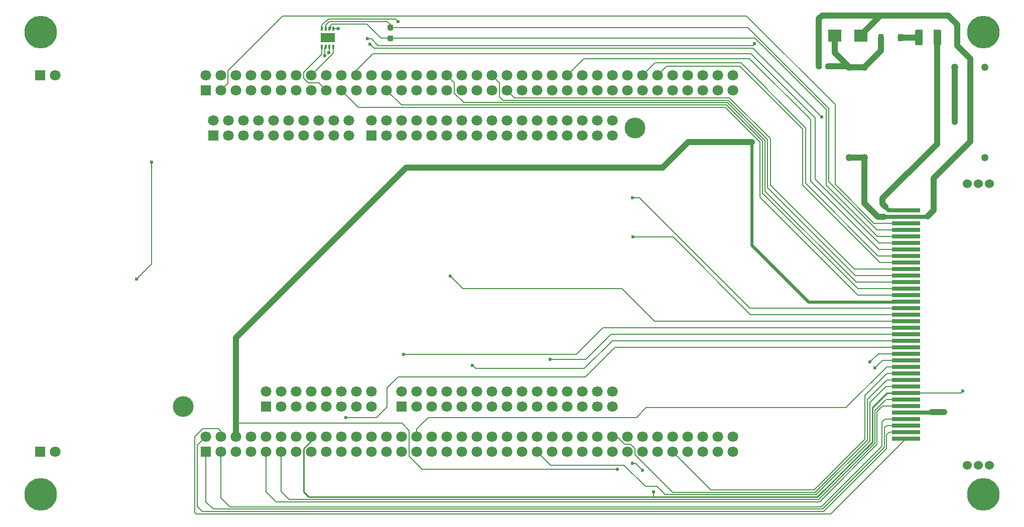
<source format=gbr>
%TF.GenerationSoftware,KiCad,Pcbnew,(5.1.8)-1*%
%TF.CreationDate,2021-01-17T18:30:32+01:00*%
%TF.ProjectId,teensy4_header_breakout,7465656e-7379-4345-9f68-65616465725f,rev?*%
%TF.SameCoordinates,Original*%
%TF.FileFunction,Copper,L1,Top*%
%TF.FilePolarity,Positive*%
%FSLAX46Y46*%
G04 Gerber Fmt 4.6, Leading zero omitted, Abs format (unit mm)*
G04 Created by KiCad (PCBNEW (5.1.8)-1) date 2021-01-17 18:30:32*
%MOMM*%
%LPD*%
G01*
G04 APERTURE LIST*
%TA.AperFunction,ComponentPad*%
%ADD10R,1.800000X1.800000*%
%TD*%
%TA.AperFunction,ComponentPad*%
%ADD11C,1.800000*%
%TD*%
%TA.AperFunction,WasherPad*%
%ADD12C,3.500000*%
%TD*%
%TA.AperFunction,ComponentPad*%
%ADD13C,3.600000*%
%TD*%
%TA.AperFunction,ConnectorPad*%
%ADD14C,5.500000*%
%TD*%
%TA.AperFunction,SMDPad,CuDef*%
%ADD15R,2.250000X2.150000*%
%TD*%
%TA.AperFunction,SMDPad,CuDef*%
%ADD16R,0.350000X0.650000*%
%TD*%
%TA.AperFunction,SMDPad,CuDef*%
%ADD17R,2.400000X1.550000*%
%TD*%
%TA.AperFunction,ComponentPad*%
%ADD18C,1.250000*%
%TD*%
%TA.AperFunction,SMDPad,CuDef*%
%ADD19R,4.800000X0.700000*%
%TD*%
%TA.AperFunction,ComponentPad*%
%ADD20C,1.524000*%
%TD*%
%TA.AperFunction,SMDPad,CuDef*%
%ADD21R,0.900000X1.200000*%
%TD*%
%TA.AperFunction,ViaPad*%
%ADD22C,0.600000*%
%TD*%
%TA.AperFunction,ViaPad*%
%ADD23C,1.000000*%
%TD*%
%TA.AperFunction,Conductor*%
%ADD24C,0.200000*%
%TD*%
%TA.AperFunction,Conductor*%
%ADD25C,1.000000*%
%TD*%
%TA.AperFunction,Conductor*%
%ADD26C,0.250000*%
%TD*%
%TA.AperFunction,Conductor*%
%ADD27C,0.750000*%
%TD*%
%TA.AperFunction,Conductor*%
%ADD28C,0.700000*%
%TD*%
%TA.AperFunction,Conductor*%
%ADD29C,0.500000*%
%TD*%
G04 APERTURE END LIST*
D10*
%TO.P,U2,CN11_1*%
%TO.N,VN-TX*%
X85796200Y-104052800D03*
D11*
%TO.P,U2,CN11_2*%
%TO.N,VN-RX*%
X85796200Y-101512800D03*
%TO.P,U2,CN11_3*%
%TO.N,4G-TX*%
X88336200Y-104052800D03*
%TO.P,U2,CN11_4*%
%TO.N,4G-RX*%
X88336200Y-101512800D03*
%TO.P,U2,CN11_5*%
%TO.N,N/C*%
X90876200Y-104052800D03*
%TO.P,U2,CN11_6*%
%TO.N,+5V*%
X90876200Y-101512800D03*
%TO.P,U2,CN11_7*%
%TO.N,N/C*%
X93416200Y-104052800D03*
%TO.P,U2,CN11_8*%
%TO.N,GND*%
X93416200Y-101512800D03*
%TO.P,U2,CN11_9*%
%TO.N,Servo-RX*%
X95956200Y-104052800D03*
%TO.P,U2,CN11_10*%
%TO.N,N/C*%
X95956200Y-101512800D03*
%TO.P,U2,CN11_11*%
%TO.N,Servo-TX*%
X98496200Y-104052800D03*
%TO.P,U2,CN11_12*%
%TO.N,N/C*%
X98496200Y-101512800D03*
%TO.P,U2,CN11_13*%
X101036200Y-104052800D03*
%TO.P,U2,CN11_14*%
X101036200Y-101512800D03*
%TO.P,U2,CN11_15*%
X103576200Y-104052800D03*
%TO.P,U2,CN11_16*%
%TO.N,+3V3*%
X103576200Y-101512800D03*
%TO.P,U2,CN11_17*%
%TO.N,N/C*%
X106116200Y-104052800D03*
%TO.P,U2,CN11_18*%
X106116200Y-101512800D03*
%TO.P,U2,CN11_19*%
X108656200Y-104052800D03*
%TO.P,U2,CN11_20*%
X108656200Y-101512800D03*
%TO.P,U2,CN11_21*%
%TO.N,I2C1-SDA*%
X111196200Y-104052800D03*
%TO.P,U2,CN11_22*%
%TO.N,N/C*%
X111196200Y-101512800D03*
%TO.P,U2,CN11_23*%
X113736200Y-104052800D03*
%TO.P,U2,CN11_24*%
X113736200Y-101512800D03*
%TO.P,U2,CN11_25*%
X116276200Y-104052800D03*
%TO.P,U2,CN11_26*%
X116276200Y-101512800D03*
%TO.P,U2,CN11_27*%
X118816200Y-104052800D03*
%TO.P,U2,CN11_28*%
%TO.N,SusDipsFiltered-FR*%
X118816200Y-101512800D03*
%TO.P,U2,CN11_29*%
%TO.N,N/C*%
X121356200Y-104052800D03*
%TO.P,U2,CN11_30*%
%TO.N,WSHE-RL*%
X121356200Y-101512800D03*
%TO.P,U2,CN11_31*%
%TO.N,N/C*%
X123896200Y-104052800D03*
%TO.P,U2,CN11_32*%
%TO.N,ClutchPSFiltered*%
X123896200Y-101512800D03*
%TO.P,U2,CN11_33*%
%TO.N,Net-(U2-PadCN11_33)*%
X126436200Y-104052800D03*
%TO.P,U2,CN11_34*%
%TO.N,N/C*%
X126436200Y-101512800D03*
%TO.P,U2,CN11_35*%
X128976200Y-104052800D03*
%TO.P,U2,CN11_36*%
X128976200Y-101512800D03*
%TO.P,U2,CN11_37*%
X131516200Y-104052800D03*
%TO.P,U2,CN11_38*%
%TO.N,SusDipsFiltered-RL*%
X131516200Y-101512800D03*
%TO.P,U2,CN11_39*%
%TO.N,N/C*%
X134056200Y-104052800D03*
%TO.P,U2,CN11_40*%
X134056200Y-101512800D03*
%TO.P,U2,CN11_41*%
X136596200Y-104052800D03*
%TO.P,U2,CN11_42*%
X136596200Y-101512800D03*
%TO.P,U2,CN11_43*%
X139136200Y-104052800D03*
%TO.P,U2,CN11_44*%
X139136200Y-101512800D03*
%TO.P,U2,CN11_45*%
%TO.N,GearPS-MOSI*%
X141676200Y-104052800D03*
%TO.P,U2,CN11_46*%
%TO.N,SD-SCK*%
X141676200Y-101512800D03*
%TO.P,U2,CN11_47*%
%TO.N,N/C*%
X144216200Y-104052800D03*
%TO.P,U2,CN11_48*%
X144216200Y-101512800D03*
%TO.P,U2,CN11_49*%
X146756200Y-104052800D03*
%TO.P,U2,CN11_50*%
%TO.N,SD-MISO*%
X146756200Y-101512800D03*
%TO.P,U2,CN11_51*%
%TO.N,N/C*%
X149296200Y-104052800D03*
%TO.P,U2,CN11_52*%
X149296200Y-101512800D03*
%TO.P,U2,CN11_53*%
X151836200Y-104052800D03*
%TO.P,U2,CN11_54*%
X151836200Y-101512800D03*
%TO.P,U2,CN11_55*%
%TO.N,CANFD-TX*%
X154376200Y-104052800D03*
%TO.P,U2,CN11_56*%
%TO.N,Servo-IO*%
X154376200Y-101512800D03*
%TO.P,U2,CN11_57*%
%TO.N,CANFD-RX*%
X156916200Y-104052800D03*
%TO.P,U2,CN11_58*%
%TO.N,N/C*%
X156916200Y-101512800D03*
%TO.P,U2,CN11_59*%
X159456200Y-104052800D03*
%TO.P,U2,CN11_60*%
X159456200Y-101512800D03*
%TO.P,U2,CN11_61*%
X161996200Y-104052800D03*
%TO.P,U2,CN11_62*%
%TO.N,SD-MOSI*%
X161996200Y-101512800D03*
%TO.P,U2,CN11_63*%
%TO.N,GearPS-MISO*%
X164536200Y-104052800D03*
%TO.P,U2,CN11_64*%
%TO.N,N/C*%
X164536200Y-101512800D03*
%TO.P,U2,CN11_65*%
X167076200Y-104052800D03*
%TO.P,U2,CN11_66*%
X167076200Y-101512800D03*
%TO.P,U2,CN11_67*%
X169616200Y-104052800D03*
%TO.P,U2,CN11_68*%
X169616200Y-101512800D03*
%TO.P,U2,CN11_69*%
X172156200Y-104052800D03*
%TO.P,U2,CN11_70*%
X172156200Y-101512800D03*
%TO.P,U2,CN11_71*%
X174696200Y-104052800D03*
%TO.P,U2,CN11_72*%
%TO.N,GND*%
X174696200Y-101512800D03*
D10*
%TO.P,U2,CN8_1*%
%TO.N,N/C*%
X95956200Y-96432800D03*
D11*
%TO.P,U2,CN8_2*%
X95956200Y-93892800D03*
%TO.P,U2,CN8_3*%
X98496200Y-96432800D03*
%TO.P,U2,CN8_4*%
X98496200Y-93892800D03*
%TO.P,U2,CN8_5*%
X101036200Y-96432800D03*
%TO.P,U2,CN8_6*%
X101036200Y-93892800D03*
%TO.P,U2,CN8_7*%
X103576200Y-96432800D03*
%TO.P,U2,CN8_8*%
X103576200Y-93892800D03*
%TO.P,U2,CN8_9*%
X106116200Y-96432800D03*
%TO.P,U2,CN8_10*%
X106116200Y-93892800D03*
%TO.P,U2,CN8_11*%
X108656200Y-96432800D03*
%TO.P,U2,CN8_12*%
X108656200Y-93892800D03*
%TO.P,U2,CN8_13*%
X111196200Y-96432800D03*
%TO.P,U2,CN8_14*%
X111196200Y-93892800D03*
%TO.P,U2,CN8_15*%
X113736200Y-96432800D03*
%TO.P,U2,CN8_16*%
X113736200Y-93892800D03*
D10*
%TO.P,U2,CN9_1*%
X118816200Y-96432800D03*
D11*
%TO.P,U2,CN9_2*%
X118816200Y-93892800D03*
%TO.P,U2,CN9_3*%
X121356200Y-96432800D03*
%TO.P,U2,CN9_4*%
X121356200Y-93892800D03*
%TO.P,U2,CN9_5*%
X123896200Y-96432800D03*
%TO.P,U2,CN9_6*%
X123896200Y-93892800D03*
%TO.P,U2,CN9_7*%
X126436200Y-96432800D03*
%TO.P,U2,CN9_8*%
X126436200Y-93892800D03*
%TO.P,U2,CN9_9*%
X128976200Y-96432800D03*
%TO.P,U2,CN9_10*%
X128976200Y-93892800D03*
%TO.P,U2,CN9_11*%
X131516200Y-96432800D03*
%TO.P,U2,CN9_12*%
X131516200Y-93892800D03*
%TO.P,U2,CN9_13*%
X134056200Y-96432800D03*
%TO.P,U2,CN9_14*%
X134056200Y-93892800D03*
%TO.P,U2,CN9_15*%
X136596200Y-96432800D03*
%TO.P,U2,CN9_16*%
X136596200Y-93892800D03*
%TO.P,U2,CN9_17*%
X139136200Y-96432800D03*
%TO.P,U2,CN9_18*%
X139136200Y-93892800D03*
%TO.P,U2,CN9_19*%
X141676200Y-96432800D03*
%TO.P,U2,CN9_20*%
X141676200Y-93892800D03*
%TO.P,U2,CN9_21*%
X144216200Y-96432800D03*
%TO.P,U2,CN9_22*%
X144216200Y-93892800D03*
%TO.P,U2,CN9_23*%
X146756200Y-96432800D03*
%TO.P,U2,CN9_24*%
X146756200Y-93892800D03*
%TO.P,U2,CN9_25*%
X149296200Y-96432800D03*
%TO.P,U2,CN9_26*%
X149296200Y-93892800D03*
%TO.P,U2,CN9_27*%
X151836200Y-96432800D03*
%TO.P,U2,CN9_28*%
X151836200Y-93892800D03*
%TO.P,U2,CN9_29*%
X154376200Y-96432800D03*
%TO.P,U2,CN9_30*%
X154376200Y-93892800D03*
D10*
%TO.P,U2,CN7_1*%
X87066200Y-50712800D03*
D11*
%TO.P,U2,CN7_2*%
X87066200Y-48172800D03*
%TO.P,U2,CN7_3*%
X89606200Y-50712800D03*
%TO.P,U2,CN7_4*%
X89606200Y-48172800D03*
%TO.P,U2,CN7_5*%
X92146200Y-50712800D03*
%TO.P,U2,CN7_6*%
X92146200Y-48172800D03*
%TO.P,U2,CN7_7*%
X94686200Y-50712800D03*
%TO.P,U2,CN7_8*%
X94686200Y-48172800D03*
%TO.P,U2,CN7_9*%
X97226200Y-50712800D03*
%TO.P,U2,CN7_10*%
X97226200Y-48172800D03*
%TO.P,U2,CN7_11*%
X99766200Y-50712800D03*
%TO.P,U2,CN7_12*%
X99766200Y-48172800D03*
%TO.P,U2,CN7_13*%
X102306200Y-50712800D03*
%TO.P,U2,CN7_14*%
X102306200Y-48172800D03*
%TO.P,U2,CN7_15*%
X104846200Y-50712800D03*
%TO.P,U2,CN7_16*%
X104846200Y-48172800D03*
%TO.P,U2,CN7_17*%
X107386200Y-50712800D03*
%TO.P,U2,CN7_18*%
X107386200Y-48172800D03*
%TO.P,U2,CN7_19*%
X109926200Y-50712800D03*
%TO.P,U2,CN7_20*%
X109926200Y-48172800D03*
D10*
%TO.P,U2,CN10_1*%
X113736200Y-50712800D03*
D11*
%TO.P,U2,CN10_2*%
X113736200Y-48172800D03*
%TO.P,U2,CN10_3*%
X116276200Y-50712800D03*
%TO.P,U2,CN10_4*%
X116276200Y-48172800D03*
%TO.P,U2,CN10_5*%
X118816200Y-50712800D03*
%TO.P,U2,CN10_6*%
X118816200Y-48172800D03*
%TO.P,U2,CN10_7*%
X121356200Y-50712800D03*
%TO.P,U2,CN10_8*%
X121356200Y-48172800D03*
%TO.P,U2,CN10_9*%
X123896200Y-50712800D03*
%TO.P,U2,CN10_10*%
X123896200Y-48172800D03*
%TO.P,U2,CN10_11*%
X126436200Y-50712800D03*
%TO.P,U2,CN10_12*%
X126436200Y-48172800D03*
%TO.P,U2,CN10_13*%
X128976200Y-50712800D03*
%TO.P,U2,CN10_14*%
X128976200Y-48172800D03*
%TO.P,U2,CN10_15*%
X131516200Y-50712800D03*
%TO.P,U2,CN10_16*%
X131516200Y-48172800D03*
%TO.P,U2,CN10_17*%
X134056200Y-50712800D03*
%TO.P,U2,CN10_18*%
X134056200Y-48172800D03*
%TO.P,U2,CN10_19*%
X136596200Y-50712800D03*
%TO.P,U2,CN10_20*%
X136596200Y-48172800D03*
%TO.P,U2,CN10_21*%
X139136200Y-50712800D03*
%TO.P,U2,CN10_22*%
X139136200Y-48172800D03*
%TO.P,U2,CN10_23*%
X141676200Y-50712800D03*
%TO.P,U2,CN10_24*%
X141676200Y-48172800D03*
%TO.P,U2,CN10_25*%
X144216200Y-50712800D03*
%TO.P,U2,CN10_26*%
X144216200Y-48172800D03*
%TO.P,U2,CN10_27*%
X146756200Y-50712800D03*
%TO.P,U2,CN10_28*%
X146756200Y-48172800D03*
%TO.P,U2,CN10_29*%
X149296200Y-50712800D03*
%TO.P,U2,CN10_30*%
X149296200Y-48172800D03*
%TO.P,U2,CN10_31*%
X151836200Y-50712800D03*
%TO.P,U2,CN10_32*%
X151836200Y-48172800D03*
%TO.P,U2,CN10_33*%
X154376200Y-50712800D03*
%TO.P,U2,CN10_34*%
X154376200Y-48172800D03*
D10*
%TO.P,U2,CN12_1*%
X85796200Y-43092800D03*
D11*
%TO.P,U2,CN12_2*%
X85796200Y-40552800D03*
%TO.P,U2,CN12_3*%
%TO.N,I2C1-SCL*%
X88336200Y-43092800D03*
%TO.P,U2,CN12_4*%
%TO.N,N/C*%
X88336200Y-40552800D03*
%TO.P,U2,CN12_5*%
X90876200Y-43092800D03*
%TO.P,U2,CN12_6*%
X90876200Y-40552800D03*
%TO.P,U2,CN12_7*%
X93416200Y-43092800D03*
%TO.P,U2,CN12_8*%
X93416200Y-40552800D03*
%TO.P,U2,CN12_9*%
X95956200Y-43092800D03*
%TO.P,U2,CN12_10*%
X95956200Y-40552800D03*
%TO.P,U2,CN12_11*%
%TO.N,GearPS-SCK*%
X98496200Y-43092800D03*
%TO.P,U2,CN12_12*%
%TO.N,N/C*%
X98496200Y-40552800D03*
%TO.P,U2,CN12_13*%
%TO.N,SusDipsFiltered-FL*%
X101036200Y-43092800D03*
%TO.P,U2,CN12_14*%
%TO.N,N/C*%
X101036200Y-40552800D03*
%TO.P,U2,CN12_15*%
X103576200Y-43092800D03*
%TO.P,U2,CN12_16*%
%TO.N,CAN2.0-RX*%
X103576200Y-40552800D03*
%TO.P,U2,CN12_17*%
%TO.N,CAN2.0-TX*%
X106116200Y-43092800D03*
%TO.P,U2,CN12_18*%
%TO.N,N/C*%
X106116200Y-40552800D03*
%TO.P,U2,CN12_19*%
%TO.N,WSHE-FL*%
X108656200Y-43092800D03*
%TO.P,U2,CN12_20*%
%TO.N,N/C*%
X108656200Y-40552800D03*
%TO.P,U2,CN12_21*%
X111196200Y-43092800D03*
%TO.P,U2,CN12_22*%
%TO.N,GPIO-digital1*%
X111196200Y-40552800D03*
%TO.P,U2,CN12_23*%
%TO.N,N/C*%
X113736200Y-43092800D03*
%TO.P,U2,CN12_24*%
%TO.N,SusDipsFiltered-RR*%
X113736200Y-40552800D03*
%TO.P,U2,CN12_25*%
%TO.N,WSHE-FR*%
X116276200Y-43092800D03*
%TO.P,U2,CN12_26*%
%TO.N,N/C*%
X116276200Y-40552800D03*
%TO.P,U2,CN12_27*%
X118816200Y-43092800D03*
%TO.P,U2,CN12_28*%
X118816200Y-40552800D03*
%TO.P,U2,CN12_29*%
X121356200Y-43092800D03*
%TO.P,U2,CN12_30*%
X121356200Y-40552800D03*
%TO.P,U2,CN12_31*%
X123896200Y-43092800D03*
%TO.P,U2,CN12_32*%
X123896200Y-40552800D03*
%TO.P,U2,CN12_33*%
X126436200Y-43092800D03*
%TO.P,U2,CN12_34*%
%TO.N,StearingAS*%
X126436200Y-40552800D03*
%TO.P,U2,CN12_35*%
%TO.N,N/C*%
X128976200Y-43092800D03*
%TO.P,U2,CN12_36*%
X128976200Y-40552800D03*
%TO.P,U2,CN12_37*%
X131516200Y-43092800D03*
%TO.P,U2,CN12_38*%
X131516200Y-40552800D03*
%TO.P,U2,CN12_39*%
X134056200Y-43092800D03*
%TO.P,U2,CN12_40*%
%TO.N,GearPS-CS*%
X134056200Y-40552800D03*
%TO.P,U2,CN12_41*%
%TO.N,WSHE-RR*%
X136596200Y-43092800D03*
%TO.P,U2,CN12_42*%
%TO.N,N/C*%
X136596200Y-40552800D03*
%TO.P,U2,CN12_43*%
X139136200Y-43092800D03*
%TO.P,U2,CN12_44*%
%TO.N,SD-CS*%
X139136200Y-40552800D03*
%TO.P,U2,CN12_45*%
%TO.N,N/C*%
X141676200Y-43092800D03*
%TO.P,U2,CN12_46*%
X141676200Y-40552800D03*
%TO.P,U2,CN12_47*%
X144216200Y-43092800D03*
%TO.P,U2,CN12_48*%
X144216200Y-40552800D03*
%TO.P,U2,CN12_49*%
X146756200Y-43092800D03*
%TO.P,U2,CN12_50*%
%TO.N,GPIO-analog-ut1*%
X146756200Y-40552800D03*
%TO.P,U2,CN12_51*%
%TO.N,N/C*%
X149296200Y-43092800D03*
%TO.P,U2,CN12_52*%
X149296200Y-40552800D03*
%TO.P,U2,CN12_53*%
X151836200Y-43092800D03*
%TO.P,U2,CN12_54*%
X151836200Y-40552800D03*
%TO.P,U2,CN12_55*%
X154376200Y-43092800D03*
%TO.P,U2,CN12_56*%
X154376200Y-40552800D03*
%TO.P,U2,CN12_57*%
X156916200Y-43092800D03*
%TO.P,U2,CN12_58*%
X156916200Y-40552800D03*
%TO.P,U2,CN12_59*%
X159456200Y-43092800D03*
%TO.P,U2,CN12_60*%
%TO.N,GPIO-analog-ut2*%
X159456200Y-40552800D03*
%TO.P,U2,CN12_61*%
%TO.N,N/C*%
X161996200Y-43092800D03*
%TO.P,U2,CN12_62*%
%TO.N,GPIO-digital2*%
X161996200Y-40552800D03*
%TO.P,U2,CN12_63*%
%TO.N,N/C*%
X164536200Y-43092800D03*
%TO.P,U2,CN12_64*%
X164536200Y-40552800D03*
%TO.P,U2,CN12_65*%
X167076200Y-43092800D03*
%TO.P,U2,CN12_66*%
X167076200Y-40552800D03*
%TO.P,U2,CN12_67*%
X169616200Y-43092800D03*
%TO.P,U2,CN12_68*%
X169616200Y-40552800D03*
%TO.P,U2,CN12_69*%
X172156200Y-43092800D03*
%TO.P,U2,CN12_70*%
X172156200Y-40552800D03*
%TO.P,U2,CN12_71*%
X174696200Y-43092800D03*
%TO.P,U2,CN12_72*%
%TO.N,GND*%
X174696200Y-40552800D03*
%TO.P,U2,GND*%
%TO.N,N/C*%
X60396200Y-104052800D03*
D10*
X57856200Y-104052800D03*
X57856200Y-40552800D03*
D11*
X60396200Y-40552800D03*
D12*
%TO.P,U2,*%
%TO.N,*%
X81986200Y-96432800D03*
X158186200Y-49442800D03*
%TD*%
D13*
%TO.P,H4,1*%
%TO.N,N/C*%
X57929200Y-33302800D03*
D14*
X57929200Y-33302800D03*
%TD*%
D13*
%TO.P,H3,1*%
%TO.N,N/C*%
X216929200Y-33302800D03*
D14*
X216929200Y-33302800D03*
%TD*%
D13*
%TO.P,H2,1*%
%TO.N,N/C*%
X57929200Y-111302800D03*
D14*
X57929200Y-111302800D03*
%TD*%
D13*
%TO.P,H1,1*%
%TO.N,N/C*%
X216929200Y-111302800D03*
D14*
X216929200Y-111302800D03*
%TD*%
D15*
%TO.P,Z1,1*%
%TO.N,12V_safe*%
X191856000Y-33883600D03*
%TO.P,Z1,2*%
%TO.N,12V_GND*%
X196256000Y-33883600D03*
%TD*%
D16*
%TO.P,U1,1*%
%TO.N,CAN2.0-TX*%
X105349400Y-35763800D03*
%TO.P,U1,2*%
%TO.N,GND*%
X105999400Y-35763800D03*
%TO.P,U1,3*%
%TO.N,+5V*%
X106649400Y-35763800D03*
%TO.P,U1,4*%
%TO.N,CAN2.0-RX*%
X107299400Y-35763800D03*
%TO.P,U1,5*%
%TO.N,+3V3*%
X107299400Y-32663800D03*
%TO.P,U1,6*%
%TO.N,CAN2.0-CANL*%
X106649400Y-32663800D03*
%TO.P,U1,7*%
%TO.N,CAN2.0-CANH*%
X105999400Y-32663800D03*
%TO.P,U1,8*%
%TO.N,GND*%
X105349400Y-32663800D03*
D17*
%TO.P,U1,9*%
X106324400Y-34213800D03*
%TD*%
%TO.P,R7,2*%
%TO.N,CAN2.0-CANL*%
%TA.AperFunction,SMDPad,CuDef*%
G36*
G01*
X116678700Y-33853300D02*
X117153700Y-33853300D01*
G75*
G02*
X117391200Y-34090800I0J-237500D01*
G01*
X117391200Y-34590800D01*
G75*
G02*
X117153700Y-34828300I-237500J0D01*
G01*
X116678700Y-34828300D01*
G75*
G02*
X116441200Y-34590800I0J237500D01*
G01*
X116441200Y-34090800D01*
G75*
G02*
X116678700Y-33853300I237500J0D01*
G01*
G37*
%TD.AperFunction*%
%TO.P,R7,1*%
%TO.N,CAN2.0-CANH*%
%TA.AperFunction,SMDPad,CuDef*%
G36*
G01*
X116678700Y-32028300D02*
X117153700Y-32028300D01*
G75*
G02*
X117391200Y-32265800I0J-237500D01*
G01*
X117391200Y-32765800D01*
G75*
G02*
X117153700Y-33003300I-237500J0D01*
G01*
X116678700Y-33003300D01*
G75*
G02*
X116441200Y-32765800I0J237500D01*
G01*
X116441200Y-32265800D01*
G75*
G02*
X116678700Y-32028300I237500J0D01*
G01*
G37*
%TD.AperFunction*%
%TD*%
D18*
%TO.P,PS1,2*%
%TO.N,12V_GND*%
X194310000Y-54432200D03*
%TO.P,PS1,3*%
X196850000Y-54432200D03*
%TO.P,PS1,11*%
%TO.N,N/C*%
X217170000Y-54432200D03*
%TO.P,PS1,14*%
%TO.N,+5V*%
X217170000Y-39192200D03*
%TO.P,PS1,16*%
%TO.N,GND*%
X212090000Y-39192200D03*
%TO.P,PS1,22*%
%TO.N,12V_safe*%
X196850000Y-39192200D03*
%TO.P,PS1,23*%
X194310000Y-39192200D03*
%TD*%
D19*
%TO.P,MX1,36*%
%TO.N,12V_IN*%
X203888340Y-63333680D03*
%TO.P,MX1,35*%
%TO.N,12V_GND*%
X203888340Y-64433680D03*
%TO.P,MX1,34*%
%TO.N,I2C1-SCL*%
X203888340Y-65533680D03*
%TO.P,MX1,33*%
%TO.N,CAN2.0-CANH*%
X203888340Y-66633680D03*
%TO.P,MX1,32*%
%TO.N,CAN2.0-CANL*%
X203888340Y-67733680D03*
%TO.P,MX1,31*%
%TO.N,GPIO-digital1*%
X203888340Y-68833680D03*
%TO.P,MX1,30*%
%TO.N,GPIO-analog-ut1*%
X203888340Y-69933680D03*
%TO.P,MX1,29*%
%TO.N,GPIO-analog-ut2*%
X203888340Y-71033680D03*
%TO.P,MX1,28*%
%TO.N,GPIO-digital2*%
X203888340Y-72133680D03*
%TO.P,MX1,27*%
%TO.N,WSHE-RR*%
X203888340Y-73233680D03*
%TO.P,MX1,26*%
%TO.N,GearPS-CS*%
X203888340Y-74333680D03*
%TO.P,MX1,25*%
%TO.N,StearingAS*%
X203888340Y-75433680D03*
%TO.P,MX1,24*%
%TO.N,WSHE-FR*%
X203888340Y-76533680D03*
%TO.P,MX1,23*%
%TO.N,WSHE-FL*%
X203888340Y-77633680D03*
%TO.P,MX1,22*%
%TO.N,+5V*%
X203888340Y-78733680D03*
%TO.P,MX1,21*%
%TO.N,SusDips-RR*%
X203888340Y-79833680D03*
%TO.P,MX1,20*%
%TO.N,SusDips-FL*%
X203888340Y-80933680D03*
%TO.P,MX1,19*%
%TO.N,GearPS-SCK*%
X203888340Y-82033680D03*
%TO.P,MX1,18*%
%TO.N,SusDips-FR*%
X203888340Y-83133680D03*
%TO.P,MX1,17*%
%TO.N,SusDips-RL*%
X203888340Y-84233680D03*
%TO.P,MX1,16*%
%TO.N,ClutchPS*%
X203888340Y-85333680D03*
%TO.P,MX1,15*%
%TO.N,I2C1-SDA*%
X203888340Y-86433680D03*
%TO.P,MX1,14*%
%TO.N,CANFD-CANL*%
X203888340Y-87533680D03*
%TO.P,MX1,13*%
%TO.N,CANFD-CANH*%
X203888340Y-88633680D03*
%TO.P,MX1,12*%
%TO.N,WSHE-RL*%
X203888340Y-89733680D03*
%TO.P,MX1,11*%
%TO.N,GearPS-MISO*%
X203888340Y-90833680D03*
%TO.P,MX1,10*%
%TO.N,Servo-IO*%
X203888340Y-91933680D03*
%TO.P,MX1,9*%
%TO.N,GearPS-MOSI*%
X203888340Y-93033680D03*
%TO.P,MX1,8*%
%TO.N,+3V3*%
X203888340Y-94133680D03*
%TO.P,MX1,7*%
%TO.N,Servo-TX*%
X203888340Y-95233680D03*
%TO.P,MX1,6*%
%TO.N,Servo-RX*%
X203888340Y-96333680D03*
%TO.P,MX1,5*%
%TO.N,GND*%
X203888340Y-97433680D03*
%TO.P,MX1,4*%
%TO.N,4G-TX*%
X203888340Y-98533680D03*
%TO.P,MX1,3*%
%TO.N,VN-TX*%
X203888340Y-99633680D03*
%TO.P,MX1,2*%
%TO.N,VN-RX*%
X203888340Y-100733680D03*
%TO.P,MX1,1*%
%TO.N,4G-RX*%
X203888340Y-101833680D03*
D20*
%TO.P,MX1,60*%
%TO.N,N/C*%
X214241180Y-106325400D03*
%TO.P,MX1,90*%
X214241180Y-58825400D03*
%TO.P,MX1,70*%
X216091180Y-106325400D03*
%TO.P,MX1,100*%
X216091180Y-58825400D03*
%TO.P,MX1,80*%
X217941180Y-106325400D03*
%TO.P,MX1,110*%
X217941180Y-58825400D03*
%TD*%
%TO.P,F1,2*%
%TO.N,Net-(D1-Pad2)*%
%TA.AperFunction,SMDPad,CuDef*%
G36*
G01*
X206719600Y-33113400D02*
X206719600Y-35263400D01*
G75*
G02*
X206469600Y-35513400I-250000J0D01*
G01*
X205669600Y-35513400D01*
G75*
G02*
X205419600Y-35263400I0J250000D01*
G01*
X205419600Y-33113400D01*
G75*
G02*
X205669600Y-32863400I250000J0D01*
G01*
X206469600Y-32863400D01*
G75*
G02*
X206719600Y-33113400I0J-250000D01*
G01*
G37*
%TD.AperFunction*%
%TO.P,F1,1*%
%TO.N,12V_IN*%
%TA.AperFunction,SMDPad,CuDef*%
G36*
G01*
X209819600Y-33113400D02*
X209819600Y-35263400D01*
G75*
G02*
X209569600Y-35513400I-250000J0D01*
G01*
X208769600Y-35513400D01*
G75*
G02*
X208519600Y-35263400I0J250000D01*
G01*
X208519600Y-33113400D01*
G75*
G02*
X208769600Y-32863400I250000J0D01*
G01*
X209569600Y-32863400D01*
G75*
G02*
X209819600Y-33113400I0J-250000D01*
G01*
G37*
%TD.AperFunction*%
%TD*%
D21*
%TO.P,D1,1*%
%TO.N,12V_safe*%
X199645000Y-34213800D03*
%TO.P,D1,2*%
%TO.N,Net-(D1-Pad2)*%
X202945000Y-34213800D03*
%TD*%
%TO.P,C7,1*%
%TO.N,12V_GND*%
%TA.AperFunction,SMDPad,CuDef*%
G36*
G01*
X188741600Y-39315200D02*
X188741600Y-38815200D01*
G75*
G02*
X188966600Y-38590200I225000J0D01*
G01*
X189416600Y-38590200D01*
G75*
G02*
X189641600Y-38815200I0J-225000D01*
G01*
X189641600Y-39315200D01*
G75*
G02*
X189416600Y-39540200I-225000J0D01*
G01*
X188966600Y-39540200D01*
G75*
G02*
X188741600Y-39315200I0J225000D01*
G01*
G37*
%TD.AperFunction*%
%TO.P,C7,2*%
%TO.N,12V_safe*%
%TA.AperFunction,SMDPad,CuDef*%
G36*
G01*
X190291600Y-39315200D02*
X190291600Y-38815200D01*
G75*
G02*
X190516600Y-38590200I225000J0D01*
G01*
X190966600Y-38590200D01*
G75*
G02*
X191191600Y-38815200I0J-225000D01*
G01*
X191191600Y-39315200D01*
G75*
G02*
X190966600Y-39540200I-225000J0D01*
G01*
X190516600Y-39540200D01*
G75*
G02*
X190291600Y-39315200I0J225000D01*
G01*
G37*
%TD.AperFunction*%
%TD*%
D22*
%TO.N,GND*%
X105864600Y-37311120D03*
D23*
X212115400Y-48463200D03*
X210337400Y-97383600D03*
D22*
X118211594Y-31496000D03*
X157734000Y-106006900D03*
X159423100Y-107175300D03*
D23*
X209003900Y-97383600D03*
D22*
%TO.N,+3V3*%
X108127800Y-32664400D03*
X161264600Y-110871000D03*
X113055400Y-34391600D03*
X213487000Y-93853000D03*
X178308000Y-35255200D03*
%TO.N,+5V*%
X106552535Y-36727935D03*
D23*
X177901600Y-51866800D03*
D22*
X113461800Y-35306000D03*
X189661800Y-47574200D03*
X155244800Y-107010200D03*
%TO.N,CANFD-CANL*%
X197815200Y-88925400D03*
%TO.N,CANFD-CANH*%
X198653400Y-89941400D03*
%TO.N,SD-CS*%
X74117200Y-74930000D03*
X76608602Y-55194200D03*
%TO.N,SusDips-FR*%
X119100600Y-87630000D03*
%TO.N,SusDips-FL*%
X157810200Y-67868800D03*
%TO.N,SusDips-RR*%
X157734000Y-61188600D03*
%TO.N,SusDips-RL*%
X143891000Y-88468200D03*
%TO.N,ClutchPS*%
X130733800Y-89484200D03*
%TO.N,GearPS-SCK*%
X127050800Y-74422000D03*
%TO.N,I2C1-SDA*%
X109397800Y-98298000D03*
%TD*%
D24*
%TO.N,GND*%
X105864600Y-35898600D02*
X105864600Y-37311120D01*
X105999400Y-35763800D02*
X105864600Y-35898600D01*
X93416200Y-101512800D02*
X92652202Y-101512800D01*
D25*
X212090000Y-48437800D02*
X212115400Y-48463200D01*
X212090000Y-39192200D02*
X212090000Y-48437800D01*
X210337400Y-97383600D02*
X209003900Y-97383600D01*
X208381600Y-97383600D02*
X208229200Y-97383600D01*
D26*
X203938420Y-97383600D02*
X203888340Y-97433680D01*
D24*
X117805194Y-31089600D02*
X118211594Y-31496000D01*
X106398600Y-31089600D02*
X117805194Y-31089600D01*
X105349400Y-32663800D02*
X105349400Y-32138800D01*
X105349400Y-32138800D02*
X106398600Y-31089600D01*
X157734000Y-106006900D02*
X158254700Y-106006900D01*
X158254700Y-106006900D02*
X159423100Y-107175300D01*
D27*
X208381600Y-97383600D02*
X208330800Y-97434400D01*
D28*
X208330800Y-97434400D02*
X203989220Y-97434400D01*
D25*
X209003900Y-97383600D02*
X208381600Y-97383600D01*
%TO.N,12V_IN*%
X204165200Y-57099200D02*
X200609200Y-60655200D01*
X204216000Y-57099200D02*
X204165200Y-57099200D01*
X209169600Y-52145600D02*
X204216000Y-57099200D01*
X209169600Y-34188400D02*
X209169600Y-52145600D01*
X200609200Y-60655200D02*
X199948800Y-61315600D01*
X199948800Y-61315600D02*
X199948800Y-62230000D01*
X199948800Y-62230000D02*
X199948800Y-62280800D01*
X199948800Y-62280800D02*
X200406000Y-62738000D01*
D26*
X200406000Y-62738000D02*
X200406000Y-62814200D01*
D28*
X200925480Y-63333680D02*
X203888340Y-63333680D01*
X200406000Y-62814200D02*
X200925480Y-63333680D01*
D24*
%TO.N,+3V3*%
X108127200Y-32663800D02*
X108127800Y-32664400D01*
X107299400Y-32663800D02*
X108127200Y-32663800D01*
X103576200Y-101512800D02*
X103576200Y-102276798D01*
D26*
X103576200Y-101512800D02*
X103576200Y-102239798D01*
X103576200Y-102239798D02*
X102285800Y-103530198D01*
X102285800Y-110845600D02*
X103167910Y-111727710D01*
X102285800Y-103530198D02*
X102285800Y-110845600D01*
D24*
X161264600Y-111720820D02*
X161271490Y-111727710D01*
X161264600Y-110871000D02*
X161264600Y-111720820D01*
D26*
X103167910Y-111727710D02*
X161271490Y-111727710D01*
X198184140Y-96633660D02*
X200684120Y-94133680D01*
X198184140Y-102488912D02*
X198184140Y-96633660D01*
X188945342Y-111727710D02*
X198184140Y-102488912D01*
X200684120Y-94133680D02*
X203888340Y-94133680D01*
X161271490Y-111727710D02*
X188945342Y-111727710D01*
D24*
X213487000Y-93853000D02*
X213182200Y-94157800D01*
X203912460Y-94157800D02*
X203888340Y-94133680D01*
X213182200Y-94157800D02*
X203912460Y-94157800D01*
X114858800Y-35534600D02*
X177901600Y-35534600D01*
X113715800Y-34391600D02*
X114858800Y-35534600D01*
X113055400Y-34391600D02*
X113715800Y-34391600D01*
X178028600Y-35534600D02*
X178308000Y-35255200D01*
X177901600Y-35534600D02*
X178028600Y-35534600D01*
%TO.N,+5V*%
X106649400Y-36631070D02*
X106552535Y-36727935D01*
X106649400Y-35763800D02*
X106649400Y-36631070D01*
D25*
X119557800Y-56159400D02*
X90876200Y-84841000D01*
X162864800Y-56159400D02*
X119557800Y-56159400D01*
X167157400Y-51866800D02*
X162864800Y-56159400D01*
X177901600Y-51866800D02*
X167157400Y-51866800D01*
X90876200Y-99258200D02*
X90876200Y-101512800D01*
X90876200Y-84841000D02*
X90876200Y-99258200D01*
D24*
X122250200Y-107010200D02*
X155244800Y-107010200D01*
X120091200Y-104851200D02*
X122250200Y-107010200D01*
X120091200Y-100482400D02*
X120091200Y-104851200D01*
X118867000Y-99258200D02*
X120091200Y-100482400D01*
X90876200Y-99258200D02*
X118867000Y-99258200D01*
D29*
X177901600Y-69291200D02*
X181844080Y-73233680D01*
X177901600Y-51866800D02*
X177901600Y-69291200D01*
D24*
X189331600Y-47244000D02*
X189661800Y-47574200D01*
X178104800Y-36017200D02*
X189331600Y-47244000D01*
X114173000Y-36017200D02*
X178104800Y-36017200D01*
X113461800Y-35306000D02*
X114173000Y-36017200D01*
X203805820Y-78816200D02*
X203888340Y-78733680D01*
D29*
X181844080Y-73233680D02*
X182651400Y-74041000D01*
X182651400Y-74041000D02*
X187452000Y-78841600D01*
X187452000Y-78841600D02*
X200533000Y-78841600D01*
D26*
X203780420Y-78841600D02*
X203888340Y-78733680D01*
D29*
X200533000Y-78841600D02*
X203780420Y-78841600D01*
D24*
%TO.N,Net-(D1-Pad2)*%
X205714600Y-34543400D02*
X206069600Y-34188400D01*
D25*
X202970400Y-34188400D02*
X202945000Y-34213800D01*
X206069600Y-34188400D02*
X202970400Y-34188400D01*
%TO.N,12V_safe*%
X199645000Y-36397200D02*
X196850000Y-39192200D01*
X199645000Y-34213800D02*
X199645000Y-36397200D01*
X196850000Y-39192200D02*
X194310000Y-39192200D01*
X191856000Y-36738200D02*
X194310000Y-39192200D01*
X191856000Y-33883600D02*
X191856000Y-36738200D01*
X194183000Y-39065200D02*
X194310000Y-39192200D01*
X190741600Y-39065200D02*
X194183000Y-39065200D01*
D24*
%TO.N,4G-RX*%
X88336200Y-101512800D02*
X88336200Y-102276798D01*
X191169240Y-114552780D02*
X203888340Y-101833680D01*
X84199780Y-114552780D02*
X191169240Y-114552780D01*
X83921600Y-114274600D02*
X84199780Y-114552780D01*
X83921600Y-102844600D02*
X83921600Y-114274600D01*
X85293200Y-100152200D02*
X83921600Y-101523800D01*
X87909400Y-100152200D02*
X85293200Y-100152200D01*
X83921600Y-101523800D02*
X83921600Y-102821701D01*
X88336200Y-100579000D02*
X87909400Y-100152200D01*
X88336200Y-101512800D02*
X88336200Y-100579000D01*
%TO.N,4G-TX*%
X200322720Y-98533680D02*
X203888340Y-98533680D01*
X199809180Y-99047220D02*
X200322720Y-98533680D01*
X199809180Y-103162020D02*
X199809180Y-99047220D01*
X189618450Y-113352750D02*
X199809180Y-103162020D01*
X89857750Y-113352750D02*
X189618450Y-113352750D01*
X88336200Y-111831200D02*
X89857750Y-113352750D01*
X88336200Y-104052800D02*
X88336200Y-111831200D01*
%TO.N,VN-RX*%
X200609200Y-101219000D02*
X201094520Y-100733680D01*
X200609200Y-103530400D02*
X200609200Y-101219000D01*
X189986830Y-114152770D02*
X200609200Y-103530400D01*
X85145970Y-114152770D02*
X189986830Y-114152770D01*
X201094520Y-100733680D02*
X203888340Y-100733680D01*
X84321610Y-113328410D02*
X85145970Y-114152770D01*
X84321610Y-102987390D02*
X84321610Y-113328410D01*
X85796200Y-101512800D02*
X84321610Y-102987390D01*
%TO.N,VN-TX*%
X200594320Y-99633680D02*
X203888340Y-99633680D01*
X200209190Y-100018810D02*
X200594320Y-99633680D01*
X200209190Y-103346210D02*
X200209190Y-100018810D01*
X189802640Y-113752760D02*
X200209190Y-103346210D01*
X87031960Y-113752760D02*
X189802640Y-113752760D01*
X85796200Y-112517000D02*
X87031960Y-113752760D01*
X85796200Y-104052800D02*
X85796200Y-112517000D01*
%TO.N,GearPS-MISO*%
X196957990Y-101949210D02*
X196957990Y-94583210D01*
X196957990Y-94583210D02*
X200707520Y-90833680D01*
X170980080Y-110502680D02*
X188404520Y-110502680D01*
X200707520Y-90833680D02*
X203888340Y-90833680D01*
X170033600Y-109556200D02*
X170980080Y-110502680D01*
X170033600Y-109550200D02*
X170033600Y-109556200D01*
X188404520Y-110502680D02*
X196957990Y-101949210D01*
X164536200Y-104052800D02*
X170033600Y-109550200D01*
%TO.N,GearPS-MOSI*%
X200514120Y-93033680D02*
X203888340Y-93033680D01*
X188769298Y-111302700D02*
X197759130Y-102312868D01*
X163271100Y-111302700D02*
X188769298Y-111302700D01*
X141676200Y-104052800D02*
X143973200Y-106349800D01*
X197759130Y-102312868D02*
X197759130Y-95788670D01*
X143973200Y-106349800D02*
X156337000Y-106349800D01*
X156337000Y-106349800D02*
X159918400Y-109931200D01*
X197759130Y-95788670D02*
X200514120Y-93033680D01*
X159918400Y-109931200D02*
X161899600Y-109931200D01*
X161899600Y-109931200D02*
X163271100Y-111302700D01*
%TO.N,CAN2.0-CANL*%
X115366800Y-34340800D02*
X116916200Y-34340800D01*
X106984800Y-31927800D02*
X112953800Y-31927800D01*
X106824399Y-32088201D02*
X106984800Y-31927800D01*
X106824399Y-32663800D02*
X106824399Y-32088201D01*
X112953800Y-31927800D02*
X115366800Y-34340800D01*
X106649400Y-32663800D02*
X106824399Y-32663800D01*
D29*
X203804020Y-67818000D02*
X203888340Y-67733680D01*
D24*
X199051680Y-67733680D02*
X203888340Y-67733680D01*
X190423800Y-59105800D02*
X199051680Y-67733680D01*
X190423800Y-46355000D02*
X190423800Y-59105800D01*
X178409600Y-34340800D02*
X190423800Y-46355000D01*
X116916200Y-34340800D02*
X178409600Y-34340800D01*
%TO.N,CAN2.0-CANH*%
X203878860Y-66624200D02*
X203888340Y-66633680D01*
X116916200Y-32028300D02*
X116916200Y-32515800D01*
X116377511Y-31489611D02*
X116916200Y-32028300D01*
X106648589Y-31489611D02*
X116377511Y-31489611D01*
X105999400Y-32138800D02*
X106648589Y-31489611D01*
X105999400Y-32663800D02*
X105999400Y-32138800D01*
X198942280Y-66633680D02*
X203888340Y-66633680D01*
X190830200Y-58521600D02*
X198942280Y-66633680D01*
X190830200Y-46151800D02*
X190830200Y-58521600D01*
X177190400Y-32512000D02*
X190830200Y-46151800D01*
X134899400Y-32512000D02*
X177190400Y-32512000D01*
X134895600Y-32515800D02*
X134899400Y-32512000D01*
X116916200Y-32515800D02*
X134895600Y-32515800D01*
%TO.N,CANFD-CANL*%
X203883060Y-87528400D02*
X203888340Y-87533680D01*
X199212200Y-87528400D02*
X203883060Y-87528400D01*
X197815200Y-88925400D02*
X199212200Y-87528400D01*
%TO.N,CANFD-CANH*%
X203825220Y-88696800D02*
X203888340Y-88633680D01*
X199898000Y-88696800D02*
X203825220Y-88696800D01*
X198653400Y-89941400D02*
X199898000Y-88696800D01*
%TO.N,Servo-IO*%
X197358000Y-95250000D02*
X200674320Y-91933680D01*
X197358000Y-95621861D02*
X197358000Y-95250000D01*
X197359120Y-95622981D02*
X197358000Y-95621861D01*
X164530088Y-110902690D02*
X188603610Y-110902690D01*
X197359120Y-102147180D02*
X197359120Y-95622981D01*
X158191200Y-104563802D02*
X164530088Y-110902690D01*
X188603610Y-110902690D02*
X197359120Y-102147180D01*
X158191200Y-103551798D02*
X158191200Y-104563802D01*
X157433202Y-102793800D02*
X158191200Y-103551798D01*
X200674320Y-91933680D02*
X203888340Y-91933680D01*
X156421198Y-102793800D02*
X157433202Y-102793800D01*
X155140198Y-101512800D02*
X156421198Y-102793800D01*
X154376200Y-101512800D02*
X155140198Y-101512800D01*
%TO.N,Servo-RX*%
X199009160Y-97256440D02*
X199931920Y-96333680D01*
X199009160Y-102830644D02*
X199009160Y-97256440D01*
X189287074Y-112552730D02*
X199009160Y-102830644D01*
X97642930Y-112552730D02*
X189287074Y-112552730D01*
X95956200Y-110866000D02*
X97642930Y-112552730D01*
X199931920Y-96333680D02*
X203888340Y-96333680D01*
X95956200Y-104052800D02*
X95956200Y-110866000D01*
%TO.N,Servo-TX*%
X200466221Y-95233680D02*
X203888340Y-95233680D01*
X198609150Y-97090751D02*
X200466221Y-95233680D01*
X198609150Y-102664956D02*
X198609150Y-97090751D01*
X189121386Y-112152720D02*
X198609150Y-102664956D01*
X99859120Y-112152720D02*
X189121386Y-112152720D01*
X98496200Y-110789800D02*
X99859120Y-112152720D01*
X98496200Y-104052800D02*
X98496200Y-110789800D01*
%TO.N,SD-CS*%
X76606400Y-55196402D02*
X76608602Y-55194200D01*
X76606400Y-72440800D02*
X76606400Y-55196402D01*
X74117200Y-74930000D02*
X76606400Y-72440800D01*
%TO.N,CAN2.0-RX*%
X107299400Y-36829600D02*
X103576200Y-40552800D01*
X107299400Y-35763800D02*
X107299400Y-36829600D01*
%TO.N,CAN2.0-TX*%
X104831800Y-41808400D02*
X106116200Y-43092800D01*
X103055798Y-41808400D02*
X104831800Y-41808400D01*
X102311200Y-41063802D02*
X103055798Y-41808400D01*
X102311200Y-40041798D02*
X102311200Y-41063802D01*
X105349400Y-37003598D02*
X102311200Y-40041798D01*
X105349400Y-35763800D02*
X105349400Y-37003598D01*
D25*
%TO.N,12V_GND*%
X189191600Y-39065200D02*
X189191600Y-31026400D01*
X189191600Y-31026400D02*
X189763400Y-30454600D01*
X196256000Y-33791800D02*
X199593200Y-30454600D01*
X196256000Y-33883600D02*
X196256000Y-33791800D01*
X189763400Y-30454600D02*
X199593200Y-30454600D01*
X194310000Y-54432200D02*
X196850000Y-54432200D01*
D26*
X204009220Y-64312800D02*
X203888340Y-64433680D01*
D25*
X199129880Y-64433680D02*
X200177400Y-64433680D01*
X196850000Y-62153800D02*
X199129880Y-64433680D01*
X196850000Y-54432200D02*
X196850000Y-62153800D01*
D28*
X200177400Y-64433680D02*
X203888340Y-64433680D01*
D25*
X208534000Y-63347600D02*
X207518000Y-64363600D01*
X208534000Y-57912000D02*
X208534000Y-63347600D01*
X214706200Y-51739800D02*
X208534000Y-57912000D01*
X214706200Y-37795200D02*
X214706200Y-51739800D01*
X212521800Y-35610800D02*
X214706200Y-37795200D01*
X212521800Y-32004000D02*
X212521800Y-35610800D01*
X210972400Y-30454600D02*
X212521800Y-32004000D01*
X199593200Y-30454600D02*
X210972400Y-30454600D01*
D26*
X203958420Y-64363600D02*
X203888340Y-64433680D01*
D28*
X207518000Y-64363600D02*
X207446592Y-64435008D01*
X207446592Y-64435008D02*
X204029828Y-64435008D01*
D24*
%TO.N,SusDips-FR*%
X152756120Y-83133680D02*
X203888340Y-83133680D01*
X148259800Y-87630000D02*
X152756120Y-83133680D01*
X119100600Y-87630000D02*
X148259800Y-87630000D01*
%TO.N,SusDips-FL*%
X164617400Y-67868800D02*
X157810200Y-67868800D01*
X177682280Y-80933680D02*
X164617400Y-67868800D01*
X203888340Y-80933680D02*
X177682280Y-80933680D01*
%TO.N,SusDips-RR*%
X203864420Y-79857600D02*
X203888340Y-79833680D01*
X158927800Y-61188600D02*
X157734000Y-61188600D01*
X177571400Y-79832200D02*
X158927800Y-61188600D01*
X187664769Y-79832200D02*
X177571400Y-79832200D01*
X187666249Y-79833680D02*
X187664769Y-79832200D01*
X203888340Y-79833680D02*
X187666249Y-79833680D01*
%TO.N,SusDips-RL*%
X143891000Y-88468200D02*
X149910800Y-88468200D01*
X154145320Y-84233680D02*
X203888340Y-84233680D01*
X149910800Y-88468200D02*
X154145320Y-84233680D01*
%TO.N,ClutchPS*%
X203878020Y-85344000D02*
X203888340Y-85333680D01*
X149631400Y-90043000D02*
X154330400Y-85344000D01*
X154330400Y-85344000D02*
X203878020Y-85344000D01*
X131292600Y-90043000D02*
X149631400Y-90043000D01*
X130733800Y-89484200D02*
X131292600Y-90043000D01*
%TO.N,WSHE-RL*%
X121356200Y-101512800D02*
X121356200Y-102276798D01*
X200639120Y-89733680D02*
X203888340Y-89733680D01*
X193751200Y-96621600D02*
X200639120Y-89733680D01*
X160070800Y-96621600D02*
X193751200Y-96621600D01*
X158419800Y-98272600D02*
X160070800Y-96621600D01*
X123317000Y-98272600D02*
X158419800Y-98272600D01*
X121356200Y-100233400D02*
X123317000Y-98272600D01*
X121356200Y-101512800D02*
X121356200Y-100233400D01*
%TO.N,GearPS-SCK*%
X127050800Y-74422000D02*
X129159000Y-76530200D01*
X203888340Y-82033680D02*
X161459480Y-82033680D01*
X155956000Y-76530200D02*
X129159000Y-76530200D01*
X161459480Y-82033680D02*
X155956000Y-76530200D01*
%TO.N,WSHE-FL*%
X203888340Y-77633680D02*
X203848820Y-77673200D01*
X173431200Y-45974000D02*
X111537400Y-45974000D01*
X179273200Y-51816000D02*
X173431200Y-45974000D01*
X179273200Y-61112400D02*
X179273200Y-51816000D01*
X111537400Y-45974000D02*
X108656200Y-43092800D01*
X195794480Y-77633680D02*
X179273200Y-61112400D01*
X203888340Y-77633680D02*
X195794480Y-77633680D01*
%TO.N,WSHE-FR*%
X203884860Y-76530200D02*
X203888340Y-76533680D01*
X118757389Y-45573989D02*
X116276200Y-43092800D01*
X179705000Y-51682100D02*
X173596889Y-45573989D01*
X179705000Y-60502800D02*
X179705000Y-51682100D01*
X195735880Y-76533680D02*
X179705000Y-60502800D01*
X173596889Y-45573989D02*
X118757389Y-45573989D01*
X203888340Y-76533680D02*
X195735880Y-76533680D01*
%TO.N,StearingAS*%
X203888340Y-75433680D02*
X203737720Y-75433680D01*
X127685800Y-43578402D02*
X127685800Y-41802400D01*
X129281376Y-45173978D02*
X127685800Y-43578402D01*
X173762578Y-45173978D02*
X129281376Y-45173978D01*
X180136800Y-51548200D02*
X173762578Y-45173978D01*
X180136800Y-60096400D02*
X180136800Y-51548200D01*
X127685800Y-41802400D02*
X126436200Y-40552800D01*
X195474080Y-75433680D02*
X180136800Y-60096400D01*
X203888340Y-75433680D02*
X195474080Y-75433680D01*
%TO.N,GearPS-CS*%
X195339280Y-74333680D02*
X203888340Y-74333680D01*
X180543200Y-59537600D02*
X195339280Y-74333680D01*
X173928267Y-44773967D02*
X180543200Y-51388900D01*
X180543200Y-51388900D02*
X180543200Y-59537600D01*
X135909167Y-44773967D02*
X173928267Y-44773967D01*
X135331200Y-44196000D02*
X135909167Y-44773967D01*
X135331200Y-41827800D02*
X135331200Y-44196000D01*
X134056200Y-40552800D02*
X135331200Y-41827800D01*
%TO.N,WSHE-RR*%
X203868420Y-73253600D02*
X203888340Y-73233680D01*
X195128280Y-73233680D02*
X203888340Y-73233680D01*
X181000400Y-59105800D02*
X195128280Y-73233680D01*
X181000400Y-51280400D02*
X181000400Y-59105800D01*
X174093956Y-44373956D02*
X181000400Y-51280400D01*
X137877356Y-44373956D02*
X174093956Y-44373956D01*
X136596200Y-43092800D02*
X137877356Y-44373956D01*
%TO.N,I2C1-SDA*%
X203888340Y-86433680D02*
X154764720Y-86433680D01*
X154764720Y-86433680D02*
X149783800Y-91414600D01*
X149783800Y-91414600D02*
X118211600Y-91414600D01*
X118211600Y-91414600D02*
X116306600Y-93319600D01*
X116306600Y-93319600D02*
X116306600Y-96545400D01*
X116306600Y-96545400D02*
X114554000Y-98298000D01*
X114554000Y-98298000D02*
X109397800Y-98298000D01*
%TO.N,I2C1-SCL*%
X203839220Y-65582800D02*
X203888340Y-65533680D01*
X89536201Y-41892799D02*
X89536201Y-39777601D01*
X88336200Y-43092800D02*
X89536201Y-41892799D01*
X89536201Y-39777601D02*
X98757602Y-30556200D01*
X141960600Y-30556200D02*
X141986000Y-30581600D01*
X98757602Y-30556200D02*
X141960600Y-30556200D01*
X141986000Y-30581600D02*
X176606200Y-30581600D01*
X176606200Y-30581600D02*
X176784000Y-30581600D01*
X198477280Y-65533680D02*
X203888340Y-65533680D01*
X191922400Y-58978800D02*
X198477280Y-65533680D01*
X191922400Y-45516800D02*
X191922400Y-58978800D01*
X176987200Y-30581600D02*
X191922400Y-45516800D01*
X176606200Y-30581600D02*
X176987200Y-30581600D01*
%TO.N,GPIO-digital2*%
X203733620Y-72288400D02*
X203888340Y-72133680D01*
X199463880Y-72133680D02*
X203888340Y-72133680D01*
X186410600Y-59080400D02*
X199463880Y-72133680D01*
X186410600Y-49606200D02*
X186410600Y-59080400D01*
X163499800Y-39039800D02*
X175844200Y-39039800D01*
X175844200Y-39039800D02*
X186410600Y-49606200D01*
X163280600Y-39259000D02*
X163499800Y-39039800D01*
X163280600Y-39268400D02*
X163280600Y-39259000D01*
X161996200Y-40552800D02*
X163280600Y-39268400D01*
%TO.N,GPIO-digital1*%
X203863260Y-68808600D02*
X203888340Y-68833680D01*
X199313480Y-68833680D02*
X203888340Y-68833680D01*
X188544200Y-58064400D02*
X199313480Y-68833680D01*
X188544200Y-47752000D02*
X188544200Y-58064400D01*
X177723800Y-36931600D02*
X188544200Y-47752000D01*
X113995200Y-36931600D02*
X177723800Y-36931600D01*
X111196200Y-39730600D02*
X113995200Y-36931600D01*
X111196200Y-40552800D02*
X111196200Y-39730600D01*
%TO.N,GPIO-analog-ut2*%
X203751220Y-71170800D02*
X203888340Y-71033680D01*
X199176680Y-71033680D02*
X203888340Y-71033680D01*
X186944000Y-58801000D02*
X199176680Y-71033680D01*
X175996600Y-38481000D02*
X186944000Y-49428400D01*
X186944000Y-49428400D02*
X186944000Y-58801000D01*
X161528000Y-38481000D02*
X175996600Y-38481000D01*
X159456200Y-40552800D02*
X161528000Y-38481000D01*
%TO.N,GPIO-analog-ut1*%
X203830060Y-69875400D02*
X203888340Y-69933680D01*
X199346680Y-69933680D02*
X203888340Y-69933680D01*
X187807600Y-58394600D02*
X199346680Y-69933680D01*
X187807600Y-48056800D02*
X187807600Y-58394600D01*
X177495200Y-37744400D02*
X187807600Y-48056800D01*
X148945600Y-38354000D02*
X149555200Y-37744400D01*
X149555200Y-37744400D02*
X177495200Y-37744400D01*
X148945600Y-38363400D02*
X148945600Y-38354000D01*
X146756200Y-40552800D02*
X148945600Y-38363400D01*
%TD*%
M02*

</source>
